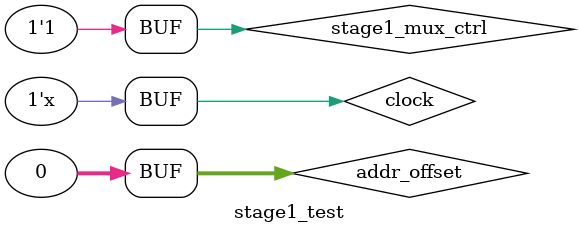
<source format=v>
`timescale 1ns / 1ps


module stage1_test;

	// Inputs
	reg [31:0] addr_offset;
	reg stage1_mux_ctrl;
	reg clock;

	// Outputs
	wire [31:0] instr_out;
	wire [31:0] post_inc_pc;

	// Instantiate the Unit Under Test (UUT)
	stage1 uut (
		.instr_out(instr_out), 
		.post_inc_pc(post_inc_pc), 
		.addr_offset(addr_offset), 
		.stage1_mux_ctrl(stage1_mux_ctrl), 
		.clock(clock)
	);

	initial begin
		// Initialize Inputs
		addr_offset = 0;
		stage1_mux_ctrl = 1;
		clock = 0;

		// Wait 100 ns for global reset to finish
		#100;
      
		
		
		// Add stimulus here

	end
     
	always begin
		#1 clock = ~clock;
	end
	
endmodule


</source>
